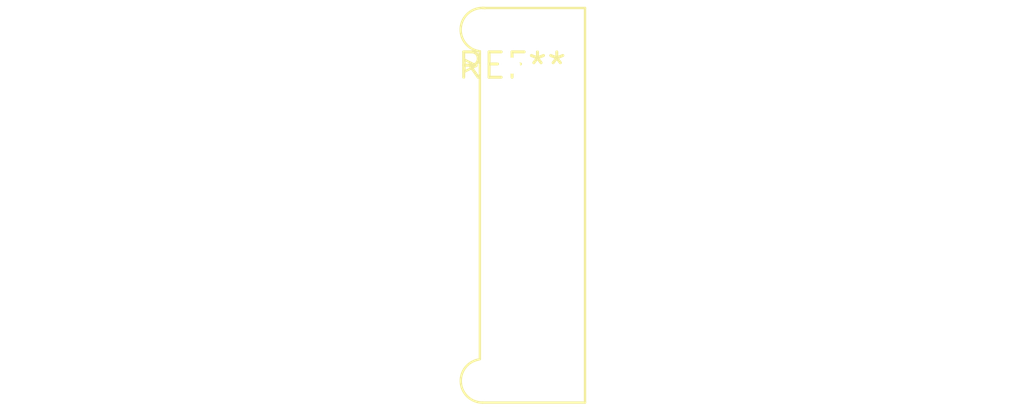
<source format=kicad_pcb>
(kicad_pcb (version 20240108) (generator pcbnew)
  (layers (0 "F.Cu" signal) (31 "B.Cu" signal) (34 "B.Paste" user) (35 "F.Paste" user) (36 "B.SilkS" user "B.Silkscreen") (37 "F.SilkS" user "F.Silkscreen") (38 "B.Mask" user) (39 "F.Mask" user) (44 "Edge.Cuts" user))
  (net 0 "")
  (footprint "Molex_Picoflex_90325-0012_2x06_P1.27mm_Vertical" (layer "F.Cu") (at 0 0)
    (property "Reference" "REF**")
    (property "Value" "Molex_Picoflex_90325-0012_2x06_P1.27mm_Vertical")
    (fp_line (start -2.38 -0.3) (end -2.38 0.3) (layer "F.SilkS") (stroke (width 0.12)))
    (fp_line (start -2.38 0.3) (end -1.78 0) (layer "F.SilkS") (stroke (width 0.12)))
    (fp_line (start -1.78 0) (end -2.38 -0.3) (layer "F.SilkS") (stroke (width 0.12)))
    (fp_line (start -1.61 -0.715) (end -1.61 14.685) (layer "F.SilkS") (stroke (width 0.12)))
    (fp_line (start -1.48 -2.885) (end 3.65 -2.885) (layer "F.SilkS") (stroke (width 0.12)))
    (fp_line (start 3.65 -2.885) (end 3.65 16.855) (layer "F.SilkS") (stroke (width 0.12)))
    (fp_line (start 3.65 16.855) (end -1.48 16.855) (layer "F.SilkS") (stroke (width 0.12)))
    (fp_arc (start -1.61 -0.72) (mid -2.56 -1.93) (end -1.35 -2.88) (layer "F.SilkS") (stroke (width 0.12)))
    (fp_arc (start -1.47 16.855) (mid -2.56 15.874526) (end -1.678256 14.70322) (layer "F.SilkS") (stroke (width 0.12)))
    (pad "" np_thru_hole circle (at -1.48 -1.8) (size 1.5 1.5) (drill 1.5) (layers *.Cu *.Mask))
    (pad "" np_thru_hole circle (at -1.48 15.77) (size 1.5 1.5) (drill 1.5) (layers *.Cu *.Mask))
    (pad "1" thru_hole roundrect (at 0 0) (size 1.8 1.3) (drill 0.8) (layers *.Cu *.Mask) (remove_unused_layers) (roundrect_rratio 0.192308))
    (pad "2" thru_hole oval (at 2.54 1.27) (size 1.8 1.3) (drill 0.8) (layers *.Cu *.Mask) (remove_unused_layers))
    (pad "3" thru_hole oval (at 0 2.54) (size 1.8 1.3) (drill 0.8) (layers *.Cu *.Mask) (remove_unused_layers))
    (pad "4" thru_hole oval (at 2.54 3.81) (size 1.8 1.3) (drill 0.8) (layers *.Cu *.Mask) (remove_unused_layers))
    (pad "5" thru_hole oval (at 0 5.08) (size 1.8 1.3) (drill 0.8) (layers *.Cu *.Mask) (remove_unused_layers))
    (pad "6" thru_hole oval (at 2.54 6.35) (size 1.8 1.3) (drill 0.8) (layers *.Cu *.Mask) (remove_unused_layers))
    (pad "7" thru_hole oval (at 0 7.62) (size 1.8 1.3) (drill 0.8) (layers *.Cu *.Mask) (remove_unused_layers))
    (pad "8" thru_hole oval (at 2.54 8.89) (size 1.8 1.3) (drill 0.8) (layers *.Cu *.Mask) (remove_unused_layers))
    (pad "9" thru_hole oval (at 0 10.16) (size 1.8 1.3) (drill 0.8) (layers *.Cu *.Mask) (remove_unused_layers))
    (pad "10" thru_hole oval (at 2.54 11.43) (size 1.8 1.3) (drill 0.8) (layers *.Cu *.Mask) (remove_unused_layers))
    (pad "11" thru_hole oval (at 0 12.7) (size 1.8 1.3) (drill 0.8) (layers *.Cu *.Mask) (remove_unused_layers))
    (pad "12" thru_hole oval (at 2.54 13.97) (size 1.8 1.3) (drill 0.8) (layers *.Cu *.Mask) (remove_unused_layers))
  )
)
</source>
